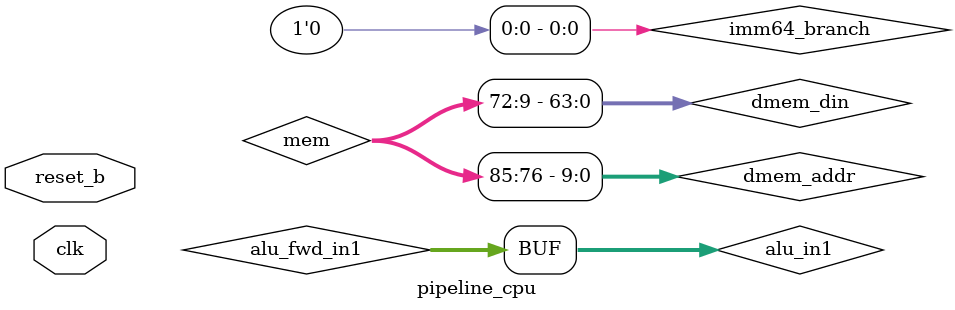
<source format=sv>
/* ********************************************
 *  COSE222 Lab #4
 *
 *  Module: pipelined_cpu.sv
 *  - Top design of the 5-stage pipelined RISC-V processor
 *  - Processor supports instructions described in Chapter 4 of COD book
 *
 *  Author: Gunjae Koo (gunjaekoo@korea.ac.kr)
 *
 * ********************************************
 */

`timescale 1ns/1ps
`define FF 1    // Flip-flop delay for just better waveform view

// Packed structures for pipeline registers
// Pipe reg: IF/ID
typedef struct packed {
    logic   [63:0]  pc;
    logic   [31:0]  inst;
} pipe_if_id;

// Pipe reg: ID/EX
typedef struct packed {
    logic   [63:0]  rs1_dout;
    logic   [63:0]  rs2_dout;
    logic   [63:0]  imm64;
    logic   [2:0]   funct3;
    logic   [6:0]   funct7;
    logic           branch;
    logic           alu_src;
    logic   [1:0]   alu_op;
    logic           mem_read;
    logic           mem_write;
    logic   [4:0]   rs1;
    logic   [4:0]   rs2;
    logic   [4:0]   rd;         // rd for regfile
    logic           reg_write;
    logic           mem_to_reg;
} pipe_id_ex;

// Pipe reg: EX/MEM
typedef struct packed {
    logic   [63:0]  alu_result; // for address
    logic   [63:0]  rs2_dout;   // for store
    logic           mem_read;
    logic           mem_write;
    logic   [4:0]   rd;
    logic           reg_write;
    logic           mem_to_reg;
} pipe_ex_mem;

// Pipe reg: MEM/WB
typedef struct packed {
    logic   [63:0]  alu_result;
    logic   [63:0]  dmem_dout;
    logic   [4:0]   rd;
    logic           reg_write;
    logic           mem_to_reg;
} pipe_mem_wb;

module pipeline_cpu
#(  parameter IMEM_DEPTH = 1024,    // imem depth (default: 1024 entries = 4 KB)
              IMEM_ADDR_WIDTH = 10,
              REG_WIDTH = 64,
              DMEM_DEPTH = 1024,    // dmem depth (default: 1024 entries = 8 KB)
              DMEM_ADDR_WIDTH = 10 )
(
    input           clk,            // System clock
    input           reset_b         // Asychronous negative reset
);

    // -------------------------------------------------------------------
    /* Instruction fetch stage:
     * - Accessing the instruction memory with PC
     * - Control PC udpates for pipeline stalls
     */

    // Program counter
    logic           pc_write;   // enable PC updates
    logic   [63:0]  pc_curr, pc_next;
    logic   [63:0]  pc_next_plus4, pc_next_branch;
    logic           branch;
    logic           regfile_zero;   // zero detection from regfile

    assign pc_next_plus4 = pc_curr + 3'd4;
    assign pc_next = (branch && regfile_zero)? pc_next_branch: pc_next_plus4;

    always_ff @ (posedge clk or negedge reset_b) begin
        if (~reset_b) begin
            pc_curr <= 'b0;
        end else begin 
            if(pc_write)begin
            pc_curr <= pc_next;
            end
        end
    end

    // imem
    logic   [IMEM_ADDR_WIDTH-1:0]   imem_addr;
    logic   [31:0]  inst;   // instructions = an output of ????
    
    assign imem_addr = pc_curr[IMEM_ADDR_WIDTH+1:2]; 

    // instantiation: instruction memory
    imem #(
        .IMEM_DEPTH         (IMEM_DEPTH),
        .IMEM_ADDR_WIDTH    (IMEM_ADDR_WIDTH)
    ) u_imem_0 (
        .addr               ( imem_addr     ),
        .dout               ( inst          )
    );
    // -------------------------------------------------------------------

    // -------------------------------------------------------------------
    /* IF/ID pipeline register
     * - Supporting pipeline stalls and flush
     */
    pipe_if_id      id;         // THINK WHY THIS IS ID...
    logic           if_flush, if_stall;

    always_ff @ (posedge clk or negedge reset_b) begin
        if (~reset_b) begin
            id <= 'b0;
        end else begin
            if (if_flush) begin
                id <= #(`FF) 'b0;
            end else if (~if_stall) begin  
                id.pc <= #(`FF) pc_curr;
                id.inst <= #(`FF) inst;
            end
        end
    end
    // -------------------------------------------------------------------

    // ------------------------------------------------------------------
    /* Instruction decoder stage:
     * - Generating control signals
     * - Register file
     * - Immediate generator
     * - Hazard detection unit
     */
    
    // -------------------------------------------------------------------
    /* Main control unit:
     * Main control unit generates control signals for datapath elements
     * The control signals are determined by decoding instructions
     * Generating control signals using opcode = inst[6:0]
     */
    logic   [6:0]   opcode;
    //logic           branch;
    logic           alu_src, mem_to_reg;
    logic   [1:0]   alu_op;
    logic           mem_read, mem_write, reg_write; // declared above

    // COMPLETE THE MAIN CONTROL UNIT HERE

    assign opcode = id.inst[6:0];
    assign branch = (opcode==7'b1100011)? 1'b1:1'b0; //branch
    assign mem_read = (opcode==7'b0000011)? 1'b1:1'b0; //ld
    assign mem_write = (opcode==7'b0100011)? 1'b1:1'b0; //sd
    assign mem_to_reg = mem_read;
    assign reg_write = (opcode==7'b0110011) | mem_read; //ld or R-type
    assign alu_src = (mem_read | mem_write)? 1'b1:1'b0; // ld or sd

    assign alu_op[0] = branch;
    assign alu_op[1] = (opcode==7'b0110011); // R-type

    // --------------------------------------------------------------------

    // ---------------------------------------------------------------------
    /* Immediate generator:
     * Generating immediate value from inst[31:0]
     */
    logic   [63:0]  imm64;
    logic   [63:0]  imm64_branch;  // imm64 left shifted by 1

    // COMPLETE IMMEDIATE GENERATOR HERE
    logic   [11:0]  imm12;

    assign imm12 = (branch)?{id.inst[31], id.inst[7], id.inst[30:25], id.inst[11:8]}:
                    ((mem_read)? id.inst[31:20]: {id.inst[31:25],id.inst[11:7]} );
    assign imm64 = { {52{imm12[11]}}, imm12};
    assign imm64_branch = {imm64[62:0], 1'b0}; 

    // Computing branch target
    assign pc_next_branch = id.pc + imm64_branch;

    // ----------------------------------------------------------------------

    // ----------------------------------------------------------------------
    /* Hazard detection unit
     * - Detecting data hazards from load instrcutions
     * - Detecting control hazards from taken branches
     */
    logic   [4:0]   rs1, rs2;

    logic           stall_by_load_use;
    logic   [1:0]   stall_by_regwr_branch;   // branch result is decided in ID stage, this is not explained in the textbook
    logic           flush_by_branch;
    
    logic           id_stall;

    pipe_id_ex      ex; 
    assign stall_by_load_use = ((ex.mem_read) && 
                                ((ex.rd == id.inst[19:15]) || (ex.rd == id.inst[24:20])))? 1'b1: 1'b0;
    
    
    assign stall_by_regwr_branch[0] = (branch && ex.reg_write && 
                                        ((ex.rd == id.inst[19:15])|| (ex.rd == id.inst[24:20])))?1'b1: 1'b0;

    
    assign stall_by_regwr_branch[1] = (branch && mem.reg_write &&
                                        ((mem.rd == id.inst[19:15]) || (mem.rd == id.inst[24:20])))?1'b1: 1'b0; 

    assign flush_by_branch = regfile_zero;   //FLUSH CONDITION- branch instruction is taken

    assign id_stall = |stall_by_regwr_branch | stall_by_load_use;

    assign if_flush = branch && flush_by_branch; // IF stage is flushed
    assign if_stall = id_stall;   // IF stage is stalled

    assign pc_write = ~id_stall; // pc_write == 0, pc is not updated

    // ----------------------------------------------------------------------


    // regfile
    pipe_mem_wb     wb;

    logic   [4:0]   rd;    // register numbers
    logic   [REG_WIDTH-1:0] rd_din;
    logic   [REG_WIDTH-1:0] rs1_dout, rs2_dout;
    
    assign rs1 = id.inst[19:15];
    assign rs2 = id.inst[24:20];
    assign rd = id.inst[11:7];
    // rd, rd_din, and reg_write will be determined in WB stage
    
    // instantiation of register file
    regfile #(
        .REG_WIDTH          (REG_WIDTH)
    ) u_regfile_0 (
        .clk                (clk),
        .rs1                (id.inst[19:15]),
        .rs2                (id.inst[24:20]),
        .rd                 (wb.rd),
        .rd_din             (rd_din),
        .reg_write          (wb.reg_write),
        .rs1_dout           (rs1_dout),
        .rs2_dout           (rs2_dout)
    );

    assign regfile_zero = ~|(rs1_dout ^ rs2_dout); // NOR(bitwiseXOR) 

    // ------------------------------------------------------------------

    // -------------------------------------------------------------------
    /* ID/EX pipeline register
     * - Supporting pipeline stalls
     */
    // pipe_id_ex      ex;         // THINK WHY THIS IS EX...
    logic   [6:0]   funct7;
    logic   [2:0]   funct3;

    // THE FOLLOWING SIGNALS WILL BE USED FOR ALU CONTROL
    assign funct7 = ex.funct7;
    assign funct3 = ex.funct3;

    // COMPLETE ID/EX PIPELINE REGISTER
    always_ff @ (posedge clk or negedge reset_b) begin
        if (~reset_b) begin
            ex <= 'b0;
        end else begin
            ex.rs1_dout <= rs1_dout;
            ex.rs2_dout <= rs2_dout;
            ex.imm64 <= imm64;
            ex.funct3 <= id.inst[14:12];
            ex.funct7 <= id.inst[31:25];
            ex.branch <= branch;
            ex.alu_src <= alu_src;
            ex.alu_op <= alu_op;
            ex.mem_read <= mem_read;
            ex.mem_write <= mem_write;
            ex.rs1 <= id.inst[19:15];
            ex.rs2 <= id.inst[24:20];
            ex.rd <= id.inst[11:7];
            ex.reg_write <= reg_write;
            ex.mem_to_reg <= mem_to_reg;
        end
    end

    // ------------------------------------------------------------------

    // ------------------------------------------------------------------
    /* Excution stage:
     * - ALU & ALU control
     * - Data forwarding unit
     */

    // --------------------------------------------------------------------
    /* ALU control unit:
     * ALU control unit generate alu_control signal which selects ALU operations
     * Generating control signals using alu_op, funct7, and funct3 fileds
     */

    logic   [3:0]   alu_control;    // ALU control signal

    // COMPLETE ALU CONTROL UNIT

     always_comb begin
        if(ex.alu_op[1])begin
            case(ex.funct3)
                3'b111: alu_control = 4'b0000;
                3'b110: alu_control = 4'b0001;
                default: alu_control = (ex.funct7[5])? 4'b0110:4'b0010;
            endcase
        end else begin
            alu_control = (ex.alu_op[0])? 4'b0110: 4'b0010;
        end
    end

    // ---------------------------------------------------------------------

    // ----------------------------------------------------------------------
    /* Forwarding unit:
     * - Forwarding from EX/MEM and MEM/WB
     */
    logic   [1:0]   forward_a, forward_b;
    logic   [63:0]  alu_fwd_in1, alu_fwd_in2;   // outputs of forward MUXes
    pipe_ex_mem     mem;

    // COMPLETE FORWARDING MUXES

    assign alu_fwd_in1 = (forward_a == 2'b10)? mem.alu_result : 
                         (forward_a == 2'b01)? rd_din : ex.rs1_dout; // 00
    assign alu_fwd_in2 = (forward_b == 2'b10)? mem.alu_result : 
                         (forward_b == 2'b01)? rd_din : ex.rs2_dout; // 00


    // COMPLETE THE FORWARDING UNIT
    // Need to prioritize forwarding conditions

    assign forward_a = ((mem.reg_write) && (mem.rd != 0) && (mem.rd == ex.rs1)) ? 2'b10 : 
                        ((wb.reg_write) && (wb.rd != 0) 
                            && !((mem.reg_write) && (mem.rd != 0) && (mem.rd == ex.rs1))
                            && (wb.rd == ex.rs1))? 2'b01: 2'b00;
    assign forward_b = ((mem.reg_write) && (mem.rd != 0) && (mem.rd == ex.rs2)) ? 2'b10 : 
                        ((wb.reg_write) && (wb.rd != 0) 
                            && !((mem.reg_write) && (mem.rd != 0) && (mem.rd == ex.rs2))
                            && (wb.rd == ex.rs2))? 2'b01: 2'b00;


    // -----------------------------------------------------------------------

    // ALU
    logic   [REG_WIDTH-1:0] alu_in1, alu_in2;
    logic   [REG_WIDTH-1:0] alu_result;
    logic           alu_zero;   // will not be used

    assign alu_in1 = alu_fwd_in1; 
    assign alu_in2 = (ex.alu_src)? ex.imm64 : alu_fwd_in2;

    // instantiation: ALU
    alu #(
        .REG_WIDTH          (REG_WIDTH)
    ) u_alu_0 (
        .in1                (alu_in1),
        .in2                (alu_in2),
        .alu_control        (alu_control),
        .result             (alu_result),
        .zero               (alu_zero)
    );

    // -------------------------------------------------------------------------
    /* EX/MEM pipeline register
     */
    // pipe_ex_mem     mem;

    always_ff @ (posedge clk or negedge reset_b) begin
        if (~reset_b) begin
            mem <= 'b0;
        end else begin
            mem.alu_result <= alu_result;
            mem.rs2_dout <= alu_fwd_in2;
            mem.mem_read <= ex.mem_read;
            mem.mem_write <= ex.mem_write;
            mem.rd <= ex.rd;
            mem.reg_write <= ex.reg_write; 
            mem.mem_to_reg <= ex.mem_to_reg;
        end
    end


    // --------------------------------------------------------------------------
    /* Memory srage
     * - Data memory accesses
     */

    // dmem
    logic   [DMEM_ADDR_WIDTH-1:0]    dmem_addr;
    logic   [63:0]  dmem_din, dmem_dout;

    assign dmem_addr = mem.alu_result[DMEM_ADDR_WIDTH+2:3];
    assign dmem_din = mem.rs2_dout;
    
    // instantiation: data memory
    dmem #(
        .DMEM_DEPTH         (DMEM_DEPTH),
        .DMEM_ADDR_WIDTH    (DMEM_ADDR_WIDTH)
    ) u_dmem_0 (
        .clk                (clk),
        .addr               (dmem_addr),
        .din                (dmem_din),
        .mem_read           (mem.mem_read),
        .mem_write          (mem.mem_write),
        .dout               (dmem_dout)
    );


    // -----------------------------------------------------------------------
    /* MEM/WB pipeline register
     */

    //pipe_mem_wb         wb;

    always_ff @ (posedge clk or negedge reset_b) begin
        if (~reset_b) begin
            wb <= 'b0;
        end else begin
            wb.alu_result <= mem.alu_result;
            wb.dmem_dout <= dmem_dout;
            wb.rd <= mem.rd;
            wb.reg_write <= mem.reg_write;
            wb.mem_to_reg <= mem.mem_to_reg;
        end
    end

    // ----------------------------------------------------------------------
    /* Writeback stage
     * - Write results to regsiter file
     */
    
    assign rd_din = (wb.mem_to_reg)?dmem_dout:wb.alu_result;

endmodule
</source>
